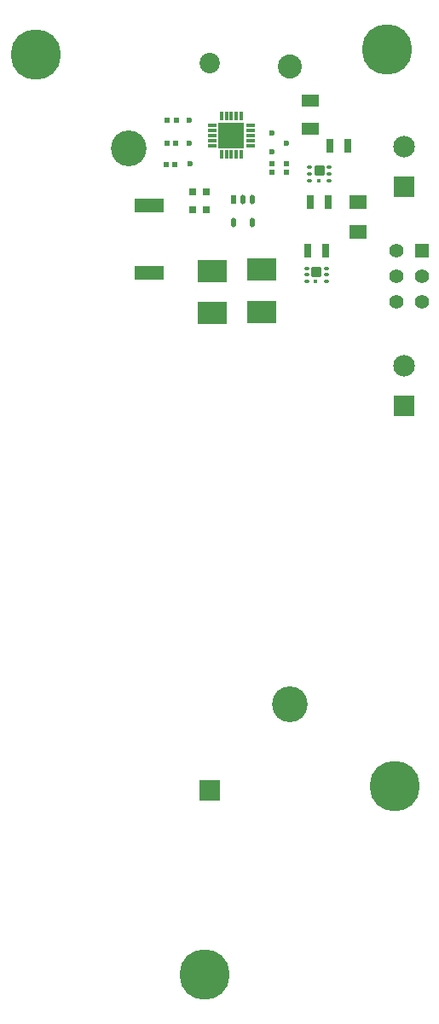
<source format=gbr>
G04*
G04 #@! TF.GenerationSoftware,Altium Limited,Altium Designer,23.10.1 (27)*
G04*
G04 Layer_Color=255*
%FSLAX42Y42*%
%MOMM*%
G71*
G04*
G04 #@! TF.SameCoordinates,D788F153-7B32-47A3-9728-DC68925F5BF0*
G04*
G04*
G04 #@! TF.FilePolarity,Positive*
G04*
G01*
G75*
G04:AMPARAMS|DCode=19|XSize=0.55mm|YSize=0.5mm|CornerRadius=0.06mm|HoleSize=0mm|Usage=FLASHONLY|Rotation=90.000|XOffset=0mm|YOffset=0mm|HoleType=Round|Shape=RoundedRectangle|*
%AMROUNDEDRECTD19*
21,1,0.55,0.38,0,0,90.0*
21,1,0.43,0.50,0,0,90.0*
1,1,0.13,0.19,0.21*
1,1,0.13,0.19,-0.21*
1,1,0.13,-0.19,-0.21*
1,1,0.13,-0.19,0.21*
%
%ADD19ROUNDEDRECTD19*%
%ADD32R,2.02X2.02*%
%ADD33C,2.02*%
%ADD34C,3.55*%
%ADD35C,2.39*%
%ADD39C,0.60*%
%ADD41R,2.15X2.15*%
%ADD42C,2.15*%
%ADD43C,1.40*%
%ADD44C,5.00*%
%ADD45R,1.40X1.40*%
G04:AMPARAMS|DCode=69|XSize=0.45mm|YSize=0.3mm|CornerRadius=0.06mm|HoleSize=0mm|Usage=FLASHONLY|Rotation=180.000|XOffset=0mm|YOffset=0mm|HoleType=Round|Shape=RoundedRectangle|*
%AMROUNDEDRECTD69*
21,1,0.45,0.18,0,0,180.0*
21,1,0.33,0.30,0,0,180.0*
1,1,0.12,-0.17,0.09*
1,1,0.12,0.17,0.09*
1,1,0.12,0.17,-0.09*
1,1,0.12,-0.17,-0.09*
%
%ADD69ROUNDEDRECTD69*%
G04:AMPARAMS|DCode=70|XSize=1mm|YSize=0.95mm|CornerRadius=0.05mm|HoleSize=0mm|Usage=FLASHONLY|Rotation=0.000|XOffset=0mm|YOffset=0mm|HoleType=Round|Shape=RoundedRectangle|*
%AMROUNDEDRECTD70*
21,1,1.00,0.85,0,0,0.0*
21,1,0.90,0.95,0,0,0.0*
1,1,0.10,0.45,-0.42*
1,1,0.10,-0.45,-0.42*
1,1,0.10,-0.45,0.42*
1,1,0.10,0.45,0.42*
%
%ADD70ROUNDEDRECTD70*%
%ADD71R,0.30X0.30*%
%ADD72R,1.75X1.15*%
%ADD73R,2.90X2.25*%
%ADD74R,2.90X1.45*%
%ADD75R,2.60X2.60*%
G04:AMPARAMS|DCode=76|XSize=0.89mm|YSize=0.26mm|CornerRadius=0.03mm|HoleSize=0mm|Usage=FLASHONLY|Rotation=90.000|XOffset=0mm|YOffset=0mm|HoleType=Round|Shape=RoundedRectangle|*
%AMROUNDEDRECTD76*
21,1,0.89,0.20,0,0,90.0*
21,1,0.83,0.26,0,0,90.0*
1,1,0.07,0.10,0.41*
1,1,0.07,0.10,-0.41*
1,1,0.07,-0.10,-0.41*
1,1,0.07,-0.10,0.41*
%
%ADD76ROUNDEDRECTD76*%
G04:AMPARAMS|DCode=77|XSize=0.89mm|YSize=0.26mm|CornerRadius=0.03mm|HoleSize=0mm|Usage=FLASHONLY|Rotation=180.000|XOffset=0mm|YOffset=0mm|HoleType=Round|Shape=RoundedRectangle|*
%AMROUNDEDRECTD77*
21,1,0.89,0.20,0,0,180.0*
21,1,0.83,0.26,0,0,180.0*
1,1,0.07,-0.41,0.10*
1,1,0.07,0.41,0.10*
1,1,0.07,0.41,-0.10*
1,1,0.07,-0.41,-0.10*
%
%ADD77ROUNDEDRECTD77*%
G04:AMPARAMS|DCode=78|XSize=0.55mm|YSize=0.5mm|CornerRadius=0.06mm|HoleSize=0mm|Usage=FLASHONLY|Rotation=0.000|XOffset=0mm|YOffset=0mm|HoleType=Round|Shape=RoundedRectangle|*
%AMROUNDEDRECTD78*
21,1,0.55,0.38,0,0,0.0*
21,1,0.43,0.50,0,0,0.0*
1,1,0.13,0.21,-0.19*
1,1,0.13,-0.21,-0.19*
1,1,0.13,-0.21,0.19*
1,1,0.13,0.21,0.19*
%
%ADD78ROUNDEDRECTD78*%
G04:AMPARAMS|DCode=79|XSize=1.3mm|YSize=0.76mm|CornerRadius=0.1mm|HoleSize=0mm|Usage=FLASHONLY|Rotation=90.000|XOffset=0mm|YOffset=0mm|HoleType=Round|Shape=RoundedRectangle|*
%AMROUNDEDRECTD79*
21,1,1.30,0.57,0,0,90.0*
21,1,1.11,0.76,0,0,90.0*
1,1,0.19,0.28,0.56*
1,1,0.19,0.28,-0.56*
1,1,0.19,-0.28,-0.56*
1,1,0.19,-0.28,0.56*
%
%ADD79ROUNDEDRECTD79*%
G04:AMPARAMS|DCode=80|XSize=0.94mm|YSize=0.49mm|CornerRadius=0.24mm|HoleSize=0mm|Usage=FLASHONLY|Rotation=270.000|XOffset=0mm|YOffset=0mm|HoleType=Round|Shape=RoundedRectangle|*
%AMROUNDEDRECTD80*
21,1,0.94,0.00,0,0,270.0*
21,1,0.45,0.49,0,0,270.0*
1,1,0.49,0.00,-0.23*
1,1,0.49,0.00,0.23*
1,1,0.49,0.00,0.23*
1,1,0.49,0.00,-0.23*
%
%ADD80ROUNDEDRECTD80*%
G04:AMPARAMS|DCode=81|XSize=0.76mm|YSize=0.66mm|CornerRadius=0.08mm|HoleSize=0mm|Usage=FLASHONLY|Rotation=90.000|XOffset=0mm|YOffset=0mm|HoleType=Round|Shape=RoundedRectangle|*
%AMROUNDEDRECTD81*
21,1,0.76,0.50,0,0,90.0*
21,1,0.59,0.66,0,0,90.0*
1,1,0.17,0.25,0.30*
1,1,0.17,0.25,-0.30*
1,1,0.17,-0.25,-0.30*
1,1,0.17,-0.25,0.30*
%
%ADD81ROUNDEDRECTD81*%
%ADD82R,0.49X0.94*%
%ADD83R,1.81X1.36*%
D19*
X-838Y2870D02*
D03*
X-928D02*
D03*
X-831Y3086D02*
D03*
X-921D02*
D03*
X-915Y3315D02*
D03*
X-826D02*
D03*
D32*
X-495Y-3340D02*
D03*
D33*
Y3882D02*
D03*
D34*
X-1295Y3031D02*
D03*
X305Y-2489D02*
D03*
D35*
Y3851D02*
D03*
D39*
X127Y3188D02*
D03*
X-699Y3315D02*
D03*
Y3086D02*
D03*
X127Y2997D02*
D03*
X267Y3086D02*
D03*
X-686Y2883D02*
D03*
D41*
X1435Y475D02*
D03*
X1435Y2652D02*
D03*
D42*
X1435Y871D02*
D03*
X1435Y3048D02*
D03*
D43*
X1359Y1765D02*
D03*
Y2019D02*
D03*
X1613Y1511D02*
D03*
Y1765D02*
D03*
X1359Y1511D02*
D03*
D44*
X-2223Y3962D02*
D03*
X-546Y-5169D02*
D03*
X1346Y-3302D02*
D03*
X1270Y4013D02*
D03*
D45*
X1613Y2019D02*
D03*
D69*
X665Y1843D02*
D03*
Y1778D02*
D03*
X470Y1713D02*
D03*
Y1778D02*
D03*
Y1843D02*
D03*
X665Y1713D02*
D03*
X694Y2846D02*
D03*
Y2781D02*
D03*
X499D02*
D03*
Y2846D02*
D03*
X694Y2716D02*
D03*
X499D02*
D03*
D70*
X567Y1810D02*
D03*
X597Y2814D02*
D03*
D71*
X558Y1713D02*
D03*
X587Y2716D02*
D03*
D72*
X508Y3225D02*
D03*
Y3505D02*
D03*
D73*
X-470Y1396D02*
D03*
Y1816D02*
D03*
X25Y1829D02*
D03*
Y1409D02*
D03*
D74*
X-1092Y1799D02*
D03*
Y2464D02*
D03*
D75*
X-279Y3162D02*
D03*
D76*
X-179Y2971D02*
D03*
X-229D02*
D03*
X-279D02*
D03*
X-379D02*
D03*
X-329Y3353D02*
D03*
X-279D02*
D03*
X-229D02*
D03*
X-179D02*
D03*
X-329Y2971D02*
D03*
X-379Y3353D02*
D03*
D77*
X-88Y3212D02*
D03*
Y3162D02*
D03*
Y3112D02*
D03*
Y3062D02*
D03*
X-470D02*
D03*
Y3112D02*
D03*
Y3212D02*
D03*
Y3262D02*
D03*
X-88D02*
D03*
X-470Y3162D02*
D03*
D78*
X127Y2793D02*
D03*
Y2883D02*
D03*
X267Y2793D02*
D03*
Y2883D02*
D03*
D79*
X481Y2019D02*
D03*
X660D02*
D03*
X507Y2502D02*
D03*
X686D02*
D03*
X697Y3061D02*
D03*
X876D02*
D03*
D80*
X-260Y2301D02*
D03*
X-70D02*
D03*
Y2525D02*
D03*
X-165D02*
D03*
D81*
X-527Y2421D02*
D03*
X-667D02*
D03*
X-527Y2603D02*
D03*
X-667D02*
D03*
D82*
X-260Y2525D02*
D03*
D83*
X978Y2207D02*
D03*
Y2502D02*
D03*
M02*

</source>
